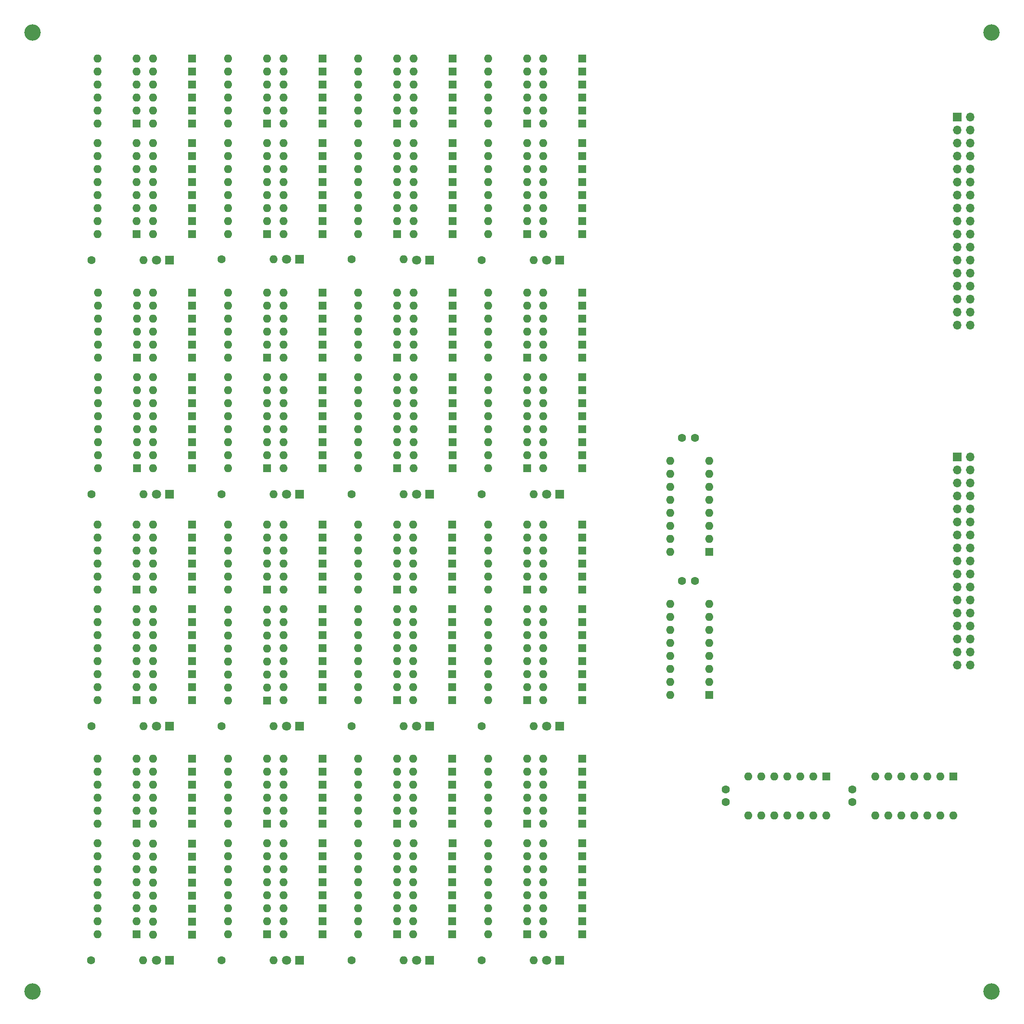
<source format=gbr>
%TF.GenerationSoftware,KiCad,Pcbnew,7.0.7*%
%TF.CreationDate,2023-10-25T17:19:32+09:00*%
%TF.ProjectId,rom2_,726f6d32-5f2e-46b6-9963-61645f706362,rev?*%
%TF.SameCoordinates,Original*%
%TF.FileFunction,Soldermask,Top*%
%TF.FilePolarity,Negative*%
%FSLAX46Y46*%
G04 Gerber Fmt 4.6, Leading zero omitted, Abs format (unit mm)*
G04 Created by KiCad (PCBNEW 7.0.7) date 2023-10-25 17:19:32*
%MOMM*%
%LPD*%
G01*
G04 APERTURE LIST*
%ADD10R,1.600000X1.600000*%
%ADD11O,1.600000X1.600000*%
%ADD12R,1.800000X1.800000*%
%ADD13C,1.800000*%
%ADD14C,1.600000*%
%ADD15R,1.700000X1.700000*%
%ADD16O,1.700000X1.700000*%
%ADD17C,3.200000*%
G04 APERTURE END LIST*
D10*
%TO.C,SW4*%
X345430000Y-208000600D03*
D11*
X345430000Y-205460600D03*
X345430000Y-202920600D03*
X345430000Y-200380600D03*
X345430000Y-197840600D03*
X345430000Y-195300600D03*
X337810000Y-195300600D03*
X337810000Y-197840600D03*
X337810000Y-200380600D03*
X337810000Y-202920600D03*
X337810000Y-205460600D03*
X337810000Y-208000600D03*
%TD*%
D12*
%TO.C,D1*%
X300944200Y-234670600D03*
D13*
X298404200Y-234670600D03*
%TD*%
D14*
%TO.C,R10*%
X361930000Y-234670600D03*
D11*
X372090000Y-234670600D03*
%TD*%
D10*
%TO.C,D203*%
X381625000Y-111861600D03*
D11*
X374005000Y-111861600D03*
%TD*%
D10*
%TO.C,D231*%
X381625000Y-68681600D03*
D11*
X374005000Y-68681600D03*
%TD*%
D10*
%TO.C,D171*%
X330835000Y-159766000D03*
D11*
X323215000Y-159766000D03*
%TD*%
D15*
%TO.C,J1*%
X454812400Y-136347200D03*
D16*
X457352400Y-136347200D03*
X454812400Y-138887200D03*
X457352400Y-138887200D03*
X454812400Y-141427200D03*
X457352400Y-141427200D03*
X454812400Y-143967200D03*
X457352400Y-143967200D03*
X454812400Y-146507200D03*
X457352400Y-146507200D03*
X454812400Y-149047200D03*
X457352400Y-149047200D03*
X454812400Y-151587200D03*
X457352400Y-151587200D03*
X454812400Y-154127200D03*
X457352400Y-154127200D03*
X454812400Y-156667200D03*
X457352400Y-156667200D03*
X454812400Y-159207200D03*
X457352400Y-159207200D03*
X454812400Y-161747200D03*
X457352400Y-161747200D03*
X454812400Y-164287200D03*
X457352400Y-164287200D03*
X454812400Y-166827200D03*
X457352400Y-166827200D03*
X454812400Y-169367200D03*
X457352400Y-169367200D03*
X454812400Y-171907200D03*
X457352400Y-171907200D03*
X454812400Y-174447200D03*
X457352400Y-174447200D03*
X454812400Y-176987200D03*
X457352400Y-176987200D03*
%TD*%
D10*
%TO.C,D14*%
X356227231Y-216909136D03*
D11*
X348607231Y-216909136D03*
%TD*%
D10*
%TO.C,SW6*%
X345430000Y-183896000D03*
D11*
X345430000Y-181356000D03*
X345430000Y-178816000D03*
X345430000Y-176276000D03*
X345430000Y-173736000D03*
X345430000Y-171196000D03*
X345430000Y-168656000D03*
X345430000Y-166116000D03*
X337810000Y-166116000D03*
X337810000Y-168656000D03*
X337810000Y-171196000D03*
X337810000Y-173736000D03*
X337810000Y-176276000D03*
X337810000Y-178816000D03*
X337810000Y-181356000D03*
X337810000Y-183896000D03*
%TD*%
D10*
%TO.C,D59*%
X305384200Y-149606000D03*
D11*
X297764200Y-149606000D03*
%TD*%
D10*
%TO.C,D46*%
X356225000Y-168656000D03*
D11*
X348605000Y-168656000D03*
%TD*%
D10*
%TO.C,D50*%
X356225000Y-162306000D03*
D11*
X348605000Y-162306000D03*
%TD*%
D10*
%TO.C,D202*%
X330845000Y-114401600D03*
D11*
X323225000Y-114401600D03*
%TD*%
D10*
%TO.C,D145*%
X330835000Y-200380600D03*
D11*
X323215000Y-200380600D03*
%TD*%
D10*
%TO.C,D22*%
X356213363Y-205449923D03*
D11*
X348593363Y-205449923D03*
%TD*%
D17*
%TO.C,H2*%
X461543400Y-240715800D03*
%TD*%
D10*
%TO.C,D156*%
X381615000Y-181356000D03*
D11*
X373995000Y-181356000D03*
%TD*%
D10*
%TO.C,D77*%
X305394200Y-120751600D03*
D11*
X297774200Y-120751600D03*
%TD*%
D10*
%TO.C,U1*%
X429260000Y-198755000D03*
D11*
X426720000Y-198755000D03*
X424180000Y-198755000D03*
X421640000Y-198755000D03*
X419100000Y-198755000D03*
X416560000Y-198755000D03*
X414020000Y-198755000D03*
X414020000Y-206375000D03*
X416560000Y-206375000D03*
X419100000Y-206375000D03*
X421640000Y-206375000D03*
X424180000Y-206375000D03*
X426720000Y-206375000D03*
X429260000Y-206375000D03*
%TD*%
D10*
%TO.C,SW2*%
X345430000Y-229590600D03*
D11*
X345430000Y-227050600D03*
X345430000Y-224510600D03*
X345430000Y-221970600D03*
X345430000Y-219430600D03*
X345430000Y-216890600D03*
X345430000Y-214350600D03*
X345430000Y-211810600D03*
X337810000Y-211810600D03*
X337810000Y-214350600D03*
X337810000Y-216890600D03*
X337810000Y-219430600D03*
X337810000Y-221970600D03*
X337810000Y-224510600D03*
X337810000Y-227050600D03*
X337810000Y-229590600D03*
%TD*%
D14*
%TO.C,R2*%
X336540000Y-234670600D03*
D11*
X346700000Y-234670600D03*
%TD*%
D14*
%TO.C,R5*%
X285750000Y-143611600D03*
D11*
X295910000Y-143611600D03*
%TD*%
D12*
%TO.C,D32*%
X351790000Y-188976000D03*
D13*
X349250000Y-188976000D03*
%TD*%
D10*
%TO.C,D98*%
X356235000Y-87731600D03*
D11*
X348615000Y-87731600D03*
%TD*%
D14*
%TO.C,C4*%
X434340000Y-203795000D03*
X434340000Y-201295000D03*
%TD*%
D10*
%TO.C,D72*%
X356235000Y-128371600D03*
D11*
X348615000Y-128371600D03*
%TD*%
D12*
%TO.C,D92*%
X351790000Y-97891600D03*
D13*
X349250000Y-97891600D03*
%TD*%
D10*
%TO.C,D101*%
X305394200Y-82651600D03*
D11*
X297774200Y-82651600D03*
%TD*%
D10*
%TO.C,D105*%
X305394200Y-77571600D03*
D11*
X297774200Y-77571600D03*
%TD*%
D10*
%TO.C,D177*%
X330835000Y-152146000D03*
D11*
X323215000Y-152146000D03*
%TD*%
D10*
%TO.C,SW18*%
X370820000Y-229600600D03*
D11*
X370820000Y-227060600D03*
X370820000Y-224520600D03*
X370820000Y-221980600D03*
X370820000Y-219440600D03*
X370820000Y-216900600D03*
X370820000Y-214360600D03*
X370820000Y-211820600D03*
X363200000Y-211820600D03*
X363200000Y-214360600D03*
X363200000Y-216900600D03*
X363200000Y-219440600D03*
X363200000Y-221980600D03*
X363200000Y-224520600D03*
X363200000Y-227060600D03*
X363200000Y-229600600D03*
%TD*%
D12*
%TO.C,D152*%
X377170000Y-188976000D03*
D13*
X374630000Y-188976000D03*
%TD*%
D10*
%TO.C,D134*%
X381615000Y-216890600D03*
D11*
X373995000Y-216890600D03*
%TD*%
D10*
%TO.C,D114*%
X356235000Y-66141600D03*
D11*
X348615000Y-66141600D03*
%TD*%
D10*
%TO.C,D186*%
X330845000Y-135991600D03*
D11*
X323225000Y-135991600D03*
%TD*%
D10*
%TO.C,D214*%
X330845000Y-92811600D03*
D11*
X323225000Y-92811600D03*
%TD*%
D10*
%TO.C,D210*%
X330845000Y-104241600D03*
D11*
X323225000Y-104241600D03*
%TD*%
D12*
%TO.C,D2*%
X351790000Y-234670600D03*
D13*
X349250000Y-234670600D03*
%TD*%
D10*
%TO.C,D10*%
X356227231Y-221989136D03*
D11*
X348607231Y-221989136D03*
%TD*%
D10*
%TO.C,SW28*%
X320050000Y-116941600D03*
D11*
X320050000Y-114401600D03*
X320050000Y-111861600D03*
X320050000Y-109321600D03*
X320050000Y-106781600D03*
X320050000Y-104241600D03*
X312430000Y-104241600D03*
X312430000Y-106781600D03*
X312430000Y-109321600D03*
X312430000Y-111861600D03*
X312430000Y-114401600D03*
X312430000Y-116941600D03*
%TD*%
D10*
%TO.C,D111*%
X305394200Y-68681600D03*
D11*
X297774200Y-68681600D03*
%TD*%
D14*
%TO.C,R12*%
X361930000Y-188976000D03*
D11*
X372090000Y-188976000D03*
%TD*%
D10*
%TO.C,SW26*%
X320050000Y-138531600D03*
D11*
X320050000Y-135991600D03*
X320050000Y-133451600D03*
X320050000Y-130911600D03*
X320050000Y-128371600D03*
X320050000Y-125831600D03*
X320050000Y-123291600D03*
X320050000Y-120751600D03*
X312430000Y-120751600D03*
X312430000Y-123291600D03*
X312430000Y-125831600D03*
X312430000Y-128371600D03*
X312430000Y-130911600D03*
X312430000Y-133451600D03*
X312430000Y-135991600D03*
X312430000Y-138531600D03*
%TD*%
D10*
%TO.C,D168*%
X381615000Y-166116000D03*
D11*
X373995000Y-166116000D03*
%TD*%
D12*
%TO.C,D62*%
X351800000Y-143611600D03*
D13*
X349260000Y-143611600D03*
%TD*%
D10*
%TO.C,SW20*%
X370820000Y-208000600D03*
D11*
X370820000Y-205460600D03*
X370820000Y-202920600D03*
X370820000Y-200380600D03*
X370820000Y-197840600D03*
X370820000Y-195300600D03*
X363200000Y-195300600D03*
X363200000Y-197840600D03*
X363200000Y-200380600D03*
X363200000Y-202920600D03*
X363200000Y-205460600D03*
X363200000Y-208000600D03*
%TD*%
D10*
%TO.C,D7*%
X305348058Y-224572396D03*
D11*
X297728058Y-224572396D03*
%TD*%
D10*
%TO.C,D184*%
X330845000Y-138531600D03*
D11*
X323225000Y-138531600D03*
%TD*%
D10*
%TO.C,D238*%
X330845000Y-61061600D03*
D11*
X323225000Y-61061600D03*
%TD*%
D10*
%TO.C,D123*%
X330835000Y-229590600D03*
D11*
X323215000Y-229590600D03*
%TD*%
D10*
%TO.C,D44*%
X356225000Y-171196000D03*
D11*
X348605000Y-171196000D03*
%TD*%
D14*
%TO.C,R16*%
X311155000Y-97790000D03*
D11*
X321315000Y-97790000D03*
%TD*%
D12*
%TO.C,D182*%
X326400000Y-143611600D03*
D13*
X323860000Y-143611600D03*
%TD*%
D12*
%TO.C,D211*%
X377190000Y-97891600D03*
D13*
X374650000Y-97891600D03*
%TD*%
D10*
%TO.C,D149*%
X330835000Y-195300600D03*
D11*
X323215000Y-195300600D03*
%TD*%
D17*
%TO.C,H4*%
X274243800Y-240741200D03*
%TD*%
D12*
%TO.C,D121*%
X326395000Y-234670600D03*
D13*
X323855000Y-234670600D03*
%TD*%
D14*
%TO.C,C1*%
X401076000Y-160533400D03*
X403576000Y-160533400D03*
%TD*%
D17*
%TO.C,H3*%
X274269200Y-53441600D03*
%TD*%
D10*
%TO.C,SW32*%
X320040000Y-71221600D03*
D11*
X320040000Y-68681600D03*
X320040000Y-66141600D03*
X320040000Y-63601600D03*
X320040000Y-61061600D03*
X320040000Y-58521600D03*
X312420000Y-58521600D03*
X312420000Y-61061600D03*
X312420000Y-63601600D03*
X312420000Y-66141600D03*
X312420000Y-68681600D03*
X312420000Y-71221600D03*
%TD*%
D10*
%TO.C,D16*%
X356227231Y-214369136D03*
D11*
X348607231Y-214369136D03*
%TD*%
D10*
%TO.C,U3*%
X406400000Y-154940000D03*
D11*
X406400000Y-152400000D03*
X406400000Y-149860000D03*
X406400000Y-147320000D03*
X406400000Y-144780000D03*
X406400000Y-142240000D03*
X406400000Y-139700000D03*
X406400000Y-137160000D03*
X398780000Y-137160000D03*
X398780000Y-139700000D03*
X398780000Y-142240000D03*
X398780000Y-144780000D03*
X398780000Y-147320000D03*
X398780000Y-149860000D03*
X398780000Y-152400000D03*
X398780000Y-154940000D03*
%TD*%
D10*
%TO.C,D52*%
X356225000Y-159766000D03*
D11*
X348605000Y-159766000D03*
%TD*%
D10*
%TO.C,D196*%
X330845000Y-123291600D03*
D11*
X323225000Y-123291600D03*
%TD*%
D10*
%TO.C,D221*%
X381625000Y-82651600D03*
D11*
X374005000Y-82651600D03*
%TD*%
D10*
%TO.C,SW12*%
X345440000Y-116941600D03*
D11*
X345440000Y-114401600D03*
X345440000Y-111861600D03*
X345440000Y-109321600D03*
X345440000Y-106781600D03*
X345440000Y-104241600D03*
X337820000Y-104241600D03*
X337820000Y-106781600D03*
X337820000Y-109321600D03*
X337820000Y-111861600D03*
X337820000Y-114401600D03*
X337820000Y-116941600D03*
%TD*%
D10*
%TO.C,D224*%
X330845000Y-80111600D03*
D11*
X323225000Y-80111600D03*
%TD*%
D10*
%TO.C,D135*%
X330835000Y-214350600D03*
D11*
X323215000Y-214350600D03*
%TD*%
D10*
%TO.C,D86*%
X356235000Y-109321600D03*
D11*
X348615000Y-109321600D03*
%TD*%
D10*
%TO.C,SW27*%
X370820000Y-116941600D03*
D11*
X370820000Y-114401600D03*
X370820000Y-111861600D03*
X370820000Y-109321600D03*
X370820000Y-106781600D03*
X370820000Y-104241600D03*
X363200000Y-104241600D03*
X363200000Y-106781600D03*
X363200000Y-109321600D03*
X363200000Y-111861600D03*
X363200000Y-114401600D03*
X363200000Y-116941600D03*
%TD*%
D10*
%TO.C,D130*%
X381615000Y-221970600D03*
D11*
X373995000Y-221970600D03*
%TD*%
D10*
%TO.C,D3*%
X305348058Y-229622529D03*
D11*
X297728058Y-229622529D03*
%TD*%
D10*
%TO.C,D223*%
X381625000Y-80111600D03*
D11*
X374005000Y-80111600D03*
%TD*%
D10*
%TO.C,D131*%
X330835000Y-219430600D03*
D11*
X323215000Y-219430600D03*
%TD*%
D10*
%TO.C,D76*%
X356235000Y-123291600D03*
D11*
X348615000Y-123291600D03*
%TD*%
D10*
%TO.C,D154*%
X381615000Y-183896000D03*
D11*
X373995000Y-183896000D03*
%TD*%
D10*
%TO.C,SW16*%
X345440000Y-71221600D03*
D11*
X345440000Y-68681600D03*
X345440000Y-66141600D03*
X345440000Y-63601600D03*
X345440000Y-61061600D03*
X345440000Y-58521600D03*
X337820000Y-58521600D03*
X337820000Y-61061600D03*
X337820000Y-63601600D03*
X337820000Y-66141600D03*
X337820000Y-68681600D03*
X337820000Y-71221600D03*
%TD*%
D10*
%TO.C,D90*%
X356235000Y-104241600D03*
D11*
X348615000Y-104241600D03*
%TD*%
D10*
%TO.C,D139*%
X330835000Y-208000600D03*
D11*
X323215000Y-208000600D03*
%TD*%
D10*
%TO.C,D158*%
X381615000Y-178816000D03*
D11*
X373995000Y-178816000D03*
%TD*%
D10*
%TO.C,D88*%
X356235000Y-106781600D03*
D11*
X348615000Y-106781600D03*
%TD*%
D10*
%TO.C,D124*%
X381615000Y-229590600D03*
D11*
X373995000Y-229590600D03*
%TD*%
D10*
%TO.C,D199*%
X381625000Y-116941600D03*
D11*
X374005000Y-116941600D03*
%TD*%
D10*
%TO.C,D197*%
X381625000Y-120751600D03*
D11*
X374005000Y-120751600D03*
%TD*%
D10*
%TO.C,D175*%
X330835000Y-154686000D03*
D11*
X323215000Y-154686000D03*
%TD*%
D10*
%TO.C,SW24*%
X370820000Y-162306000D03*
D11*
X370820000Y-159766000D03*
X370820000Y-157226000D03*
X370820000Y-154686000D03*
X370820000Y-152146000D03*
X370820000Y-149606000D03*
X363200000Y-149606000D03*
X363200000Y-152146000D03*
X363200000Y-154686000D03*
X363200000Y-157226000D03*
X363200000Y-159766000D03*
X363200000Y-162306000D03*
%TD*%
D10*
%TO.C,D144*%
X381615000Y-202920600D03*
D11*
X373995000Y-202920600D03*
%TD*%
D10*
%TO.C,D96*%
X356235000Y-90271600D03*
D11*
X348615000Y-90271600D03*
%TD*%
D10*
%TO.C,D102*%
X356235000Y-82651600D03*
D11*
X348615000Y-82651600D03*
%TD*%
D10*
%TO.C,D208*%
X330845000Y-106781600D03*
D11*
X323225000Y-106781600D03*
%TD*%
D14*
%TO.C,R11*%
X311150000Y-188976000D03*
D11*
X321310000Y-188976000D03*
%TD*%
D10*
%TO.C,D95*%
X305394200Y-90271600D03*
D11*
X297774200Y-90271600D03*
%TD*%
D10*
%TO.C,D85*%
X305394200Y-109321600D03*
D11*
X297774200Y-109321600D03*
%TD*%
D10*
%TO.C,D160*%
X381615000Y-176276000D03*
D11*
X373995000Y-176276000D03*
%TD*%
D10*
%TO.C,SW23*%
X320030000Y-162306000D03*
D11*
X320030000Y-159766000D03*
X320030000Y-157226000D03*
X320030000Y-154686000D03*
X320030000Y-152146000D03*
X320030000Y-149606000D03*
X312410000Y-149606000D03*
X312410000Y-152146000D03*
X312410000Y-154686000D03*
X312410000Y-157226000D03*
X312410000Y-159766000D03*
X312410000Y-162306000D03*
%TD*%
D10*
%TO.C,D21*%
X305384200Y-205486000D03*
D11*
X297764200Y-205486000D03*
%TD*%
D10*
%TO.C,D70*%
X356235000Y-130911600D03*
D11*
X348615000Y-130911600D03*
%TD*%
D10*
%TO.C,D220*%
X330845000Y-85191600D03*
D11*
X323225000Y-85191600D03*
%TD*%
D10*
%TO.C,D218*%
X330845000Y-87731600D03*
D11*
X323225000Y-87731600D03*
%TD*%
D10*
%TO.C,SW1*%
X294589200Y-229590600D03*
D11*
X294589200Y-227050600D03*
X294589200Y-224510600D03*
X294589200Y-221970600D03*
X294589200Y-219430600D03*
X294589200Y-216890600D03*
X294589200Y-214350600D03*
X294589200Y-211810600D03*
X286969200Y-211810600D03*
X286969200Y-214350600D03*
X286969200Y-216890600D03*
X286969200Y-219430600D03*
X286969200Y-221970600D03*
X286969200Y-224510600D03*
X286969200Y-227050600D03*
X286969200Y-229590600D03*
%TD*%
D10*
%TO.C,D213*%
X381625000Y-92811600D03*
D11*
X374005000Y-92811600D03*
%TD*%
D12*
%TO.C,D61*%
X300995000Y-143611600D03*
D13*
X298455000Y-143611600D03*
%TD*%
D10*
%TO.C,D69*%
X305394200Y-130911600D03*
D11*
X297774200Y-130911600D03*
%TD*%
D10*
%TO.C,D5*%
X305348058Y-227109103D03*
D11*
X297728058Y-227109103D03*
%TD*%
D10*
%TO.C,D94*%
X356235000Y-92811600D03*
D11*
X348615000Y-92811600D03*
%TD*%
D10*
%TO.C,SW17*%
X320040000Y-229590600D03*
D11*
X320040000Y-227050600D03*
X320040000Y-224510600D03*
X320040000Y-221970600D03*
X320040000Y-219430600D03*
X320040000Y-216890600D03*
X320040000Y-214350600D03*
X320040000Y-211810600D03*
X312420000Y-211810600D03*
X312420000Y-214350600D03*
X312420000Y-216890600D03*
X312420000Y-219430600D03*
X312420000Y-221970600D03*
X312420000Y-224510600D03*
X312420000Y-227050600D03*
X312420000Y-229590600D03*
%TD*%
D10*
%TO.C,D204*%
X330845000Y-111861600D03*
D11*
X323225000Y-111861600D03*
%TD*%
D10*
%TO.C,SW25*%
X370830000Y-138531600D03*
D11*
X370830000Y-135991600D03*
X370830000Y-133451600D03*
X370830000Y-130911600D03*
X370830000Y-128371600D03*
X370830000Y-125831600D03*
X370830000Y-123291600D03*
X370830000Y-120751600D03*
X363210000Y-120751600D03*
X363210000Y-123291600D03*
X363210000Y-125831600D03*
X363210000Y-128371600D03*
X363210000Y-130911600D03*
X363210000Y-133451600D03*
X363210000Y-135991600D03*
X363210000Y-138531600D03*
%TD*%
D10*
%TO.C,D74*%
X356235000Y-125831600D03*
D11*
X348615000Y-125831600D03*
%TD*%
D10*
%TO.C,D191*%
X381625000Y-128371600D03*
D11*
X374005000Y-128371600D03*
%TD*%
D10*
%TO.C,D73*%
X305394200Y-125831600D03*
D11*
X297774200Y-125831600D03*
%TD*%
D14*
%TO.C,C2*%
X401076000Y-132603400D03*
X403576000Y-132603400D03*
%TD*%
D10*
%TO.C,D194*%
X330845000Y-125831600D03*
D11*
X323225000Y-125831600D03*
%TD*%
D10*
%TO.C,D165*%
X330835000Y-168656000D03*
D11*
X323215000Y-168656000D03*
%TD*%
D10*
%TO.C,D26*%
X356213363Y-200369923D03*
D11*
X348593363Y-200369923D03*
%TD*%
D10*
%TO.C,D63*%
X305394200Y-138531600D03*
D11*
X297774200Y-138531600D03*
%TD*%
D10*
%TO.C,D236*%
X330845000Y-63601600D03*
D11*
X323225000Y-63601600D03*
%TD*%
D10*
%TO.C,D128*%
X381615000Y-224510600D03*
D11*
X373995000Y-224510600D03*
%TD*%
D10*
%TO.C,D187*%
X381625000Y-133451600D03*
D11*
X374005000Y-133451600D03*
%TD*%
D10*
%TO.C,D163*%
X330835000Y-171196000D03*
D11*
X323215000Y-171196000D03*
%TD*%
D10*
%TO.C,D40*%
X356225000Y-176276000D03*
D11*
X348605000Y-176276000D03*
%TD*%
D14*
%TO.C,R4*%
X336540000Y-188976000D03*
D11*
X346700000Y-188976000D03*
%TD*%
D10*
%TO.C,D206*%
X330845000Y-109321600D03*
D11*
X323225000Y-109321600D03*
%TD*%
D10*
%TO.C,D54*%
X356225000Y-157226000D03*
D11*
X348605000Y-157226000D03*
%TD*%
D10*
%TO.C,D138*%
X381615000Y-211810600D03*
D11*
X373995000Y-211810600D03*
%TD*%
D10*
%TO.C,D117*%
X305394200Y-61061600D03*
D11*
X297774200Y-61061600D03*
%TD*%
D10*
%TO.C,D141*%
X330835000Y-205460600D03*
D11*
X323215000Y-205460600D03*
%TD*%
D10*
%TO.C,D215*%
X381625000Y-90271600D03*
D11*
X374005000Y-90271600D03*
%TD*%
D10*
%TO.C,D109*%
X305394200Y-71221600D03*
D11*
X297774200Y-71221600D03*
%TD*%
D12*
%TO.C,D122*%
X377170000Y-234670600D03*
D13*
X374630000Y-234670600D03*
%TD*%
D10*
%TO.C,D228*%
X330845000Y-75031600D03*
D11*
X323225000Y-75031600D03*
%TD*%
D10*
%TO.C,D28*%
X356213363Y-197829923D03*
D11*
X348593363Y-197829923D03*
%TD*%
D10*
%TO.C,D43*%
X305384200Y-171196000D03*
D11*
X297764200Y-171196000D03*
%TD*%
D10*
%TO.C,D79*%
X305394200Y-116941600D03*
D11*
X297774200Y-116941600D03*
%TD*%
D14*
%TO.C,R3*%
X285750000Y-188976000D03*
D11*
X295910000Y-188976000D03*
%TD*%
D10*
%TO.C,D148*%
X381615000Y-197840600D03*
D11*
X373995000Y-197840600D03*
%TD*%
D10*
%TO.C,D183*%
X381625000Y-138531600D03*
D11*
X374005000Y-138531600D03*
%TD*%
D10*
%TO.C,D71*%
X305394200Y-128371600D03*
D11*
X297774200Y-128371600D03*
%TD*%
D14*
%TO.C,R7*%
X285750000Y-97891600D03*
D11*
X295910000Y-97891600D03*
%TD*%
D10*
%TO.C,D97*%
X305394200Y-87731600D03*
D11*
X297774200Y-87731600D03*
%TD*%
D10*
%TO.C,SW21*%
X320020000Y-183906000D03*
D11*
X320020000Y-181366000D03*
X320020000Y-178826000D03*
X320020000Y-176286000D03*
X320020000Y-173746000D03*
X320020000Y-171206000D03*
X320020000Y-168666000D03*
X320020000Y-166126000D03*
X312400000Y-166126000D03*
X312400000Y-168666000D03*
X312400000Y-171206000D03*
X312400000Y-173746000D03*
X312400000Y-176286000D03*
X312400000Y-178826000D03*
X312400000Y-181366000D03*
X312400000Y-183906000D03*
%TD*%
D10*
%TO.C,D162*%
X381615000Y-173736000D03*
D11*
X373995000Y-173736000D03*
%TD*%
D10*
%TO.C,SW22*%
X370820000Y-183896000D03*
D11*
X370820000Y-181356000D03*
X370820000Y-178816000D03*
X370820000Y-176276000D03*
X370820000Y-173736000D03*
X370820000Y-171196000D03*
X370820000Y-168656000D03*
X370820000Y-166116000D03*
X363200000Y-166116000D03*
X363200000Y-168656000D03*
X363200000Y-171196000D03*
X363200000Y-173736000D03*
X363200000Y-176276000D03*
X363200000Y-178816000D03*
X363200000Y-181356000D03*
X363200000Y-183896000D03*
%TD*%
D10*
%TO.C,D205*%
X381625000Y-109321600D03*
D11*
X374005000Y-109321600D03*
%TD*%
D10*
%TO.C,D42*%
X356225000Y-173736000D03*
D11*
X348605000Y-173736000D03*
%TD*%
D10*
%TO.C,D192*%
X330845000Y-128371600D03*
D11*
X323225000Y-128371600D03*
%TD*%
D10*
%TO.C,U4*%
X406410000Y-182870000D03*
D11*
X406410000Y-180330000D03*
X406410000Y-177790000D03*
X406410000Y-175250000D03*
X406410000Y-172710000D03*
X406410000Y-170170000D03*
X406410000Y-167630000D03*
X406410000Y-165090000D03*
X398790000Y-165090000D03*
X398790000Y-167630000D03*
X398790000Y-170170000D03*
X398790000Y-172710000D03*
X398790000Y-175250000D03*
X398790000Y-177790000D03*
X398790000Y-180330000D03*
X398790000Y-182870000D03*
%TD*%
D10*
%TO.C,D104*%
X356235000Y-80111600D03*
D11*
X348615000Y-80111600D03*
%TD*%
D10*
%TO.C,D84*%
X356235000Y-111861600D03*
D11*
X348615000Y-111861600D03*
%TD*%
D10*
%TO.C,D60*%
X356225000Y-149606000D03*
D11*
X348605000Y-149606000D03*
%TD*%
D10*
%TO.C,D125*%
X330835000Y-227050600D03*
D11*
X323215000Y-227050600D03*
%TD*%
D10*
%TO.C,D237*%
X381625000Y-61061600D03*
D11*
X374005000Y-61061600D03*
%TD*%
D10*
%TO.C,D209*%
X381625000Y-104241600D03*
D11*
X374005000Y-104241600D03*
%TD*%
D10*
%TO.C,D136*%
X381615000Y-214350600D03*
D11*
X373995000Y-214350600D03*
%TD*%
D10*
%TO.C,D11*%
X305362400Y-219479542D03*
D11*
X297742400Y-219479542D03*
%TD*%
D10*
%TO.C,D53*%
X305384200Y-157226000D03*
D11*
X297764200Y-157226000D03*
%TD*%
D10*
%TO.C,D49*%
X305384200Y-162306000D03*
D11*
X297764200Y-162306000D03*
%TD*%
D10*
%TO.C,D30*%
X356213363Y-195289923D03*
D11*
X348593363Y-195289923D03*
%TD*%
D10*
%TO.C,D100*%
X356235000Y-85191600D03*
D11*
X348615000Y-85191600D03*
%TD*%
D10*
%TO.C,D235*%
X381625000Y-63601600D03*
D11*
X374005000Y-63601600D03*
%TD*%
D12*
%TO.C,D181*%
X377180000Y-143611600D03*
D13*
X374640000Y-143611600D03*
%TD*%
D10*
%TO.C,SW7*%
X294589200Y-162306000D03*
D11*
X294589200Y-159766000D03*
X294589200Y-157226000D03*
X294589200Y-154686000D03*
X294589200Y-152146000D03*
X294589200Y-149606000D03*
X286969200Y-149606000D03*
X286969200Y-152146000D03*
X286969200Y-154686000D03*
X286969200Y-157226000D03*
X286969200Y-159766000D03*
X286969200Y-162306000D03*
%TD*%
D10*
%TO.C,D234*%
X330845000Y-66141600D03*
D11*
X323225000Y-66141600D03*
%TD*%
D10*
%TO.C,D229*%
X381625000Y-71221600D03*
D11*
X374005000Y-71221600D03*
%TD*%
D10*
%TO.C,D159*%
X330835000Y-176276000D03*
D11*
X323215000Y-176276000D03*
%TD*%
D10*
%TO.C,D166*%
X381615000Y-168656000D03*
D11*
X373995000Y-168656000D03*
%TD*%
D10*
%TO.C,D18*%
X356248000Y-211829136D03*
D11*
X348628000Y-211829136D03*
%TD*%
D10*
%TO.C,U2*%
X454025000Y-198755000D03*
D11*
X451485000Y-198755000D03*
X448945000Y-198755000D03*
X446405000Y-198755000D03*
X443865000Y-198755000D03*
X441325000Y-198755000D03*
X438785000Y-198755000D03*
X438785000Y-206375000D03*
X441325000Y-206375000D03*
X443865000Y-206375000D03*
X446405000Y-206375000D03*
X448945000Y-206375000D03*
X451485000Y-206375000D03*
X454025000Y-206375000D03*
%TD*%
D10*
%TO.C,D112*%
X356235000Y-68681600D03*
D11*
X348615000Y-68681600D03*
%TD*%
D10*
%TO.C,D106*%
X356235000Y-77571600D03*
D11*
X348615000Y-77571600D03*
%TD*%
D10*
%TO.C,D240*%
X330845000Y-58521600D03*
D11*
X323225000Y-58521600D03*
%TD*%
D10*
%TO.C,D193*%
X381625000Y-125831600D03*
D11*
X374005000Y-125831600D03*
%TD*%
D12*
%TO.C,D151*%
X326390000Y-188976000D03*
D13*
X323850000Y-188976000D03*
%TD*%
D10*
%TO.C,D119*%
X305394200Y-58521600D03*
D11*
X297774200Y-58521600D03*
%TD*%
D10*
%TO.C,D161*%
X330835000Y-173736000D03*
D11*
X323215000Y-173736000D03*
%TD*%
D10*
%TO.C,D108*%
X356235000Y-75031600D03*
D11*
X348615000Y-75031600D03*
%TD*%
D10*
%TO.C,D143*%
X330835000Y-202920600D03*
D11*
X323215000Y-202920600D03*
%TD*%
D10*
%TO.C,D216*%
X330845000Y-90271600D03*
D11*
X323225000Y-90271600D03*
%TD*%
D10*
%TO.C,D68*%
X356235000Y-133451600D03*
D11*
X348615000Y-133451600D03*
%TD*%
D10*
%TO.C,D65*%
X305394200Y-135991600D03*
D11*
X297774200Y-135991600D03*
%TD*%
D10*
%TO.C,D17*%
X305391084Y-211845200D03*
D11*
X297771084Y-211845200D03*
%TD*%
D10*
%TO.C,D133*%
X330835000Y-216890600D03*
D11*
X323215000Y-216890600D03*
%TD*%
D10*
%TO.C,D13*%
X305376742Y-216939542D03*
D11*
X297756742Y-216939542D03*
%TD*%
D10*
%TO.C,D113*%
X305394200Y-66141600D03*
D11*
X297774200Y-66141600D03*
%TD*%
D10*
%TO.C,D185*%
X381625000Y-135991600D03*
D11*
X374005000Y-135991600D03*
%TD*%
D10*
%TO.C,D120*%
X356235000Y-58521600D03*
D11*
X348615000Y-58521600D03*
%TD*%
D10*
%TO.C,SW30*%
X320050000Y-92811600D03*
D11*
X320050000Y-90271600D03*
X320050000Y-87731600D03*
X320050000Y-85191600D03*
X320050000Y-82651600D03*
X320050000Y-80111600D03*
X320050000Y-77571600D03*
X320050000Y-75031600D03*
X312430000Y-75031600D03*
X312430000Y-77571600D03*
X312430000Y-80111600D03*
X312430000Y-82651600D03*
X312430000Y-85191600D03*
X312430000Y-87731600D03*
X312430000Y-90271600D03*
X312430000Y-92811600D03*
%TD*%
D10*
%TO.C,D78*%
X356235000Y-120751600D03*
D11*
X348615000Y-120751600D03*
%TD*%
D14*
%TO.C,R9*%
X311150000Y-234670600D03*
D11*
X321310000Y-234670600D03*
%TD*%
D10*
%TO.C,D27*%
X305384200Y-197866000D03*
D11*
X297764200Y-197866000D03*
%TD*%
D10*
%TO.C,D190*%
X330845000Y-130911600D03*
D11*
X323225000Y-130911600D03*
%TD*%
D10*
%TO.C,D225*%
X381625000Y-77571600D03*
D11*
X374005000Y-77571600D03*
%TD*%
D10*
%TO.C,SW3*%
X294589200Y-208000600D03*
D11*
X294589200Y-205460600D03*
X294589200Y-202920600D03*
X294589200Y-200380600D03*
X294589200Y-197840600D03*
X294589200Y-195300600D03*
X286969200Y-195300600D03*
X286969200Y-197840600D03*
X286969200Y-200380600D03*
X286969200Y-202920600D03*
X286969200Y-205460600D03*
X286969200Y-208000600D03*
%TD*%
D10*
%TO.C,D174*%
X381615000Y-157226000D03*
D11*
X373995000Y-157226000D03*
%TD*%
D10*
%TO.C,D172*%
X381615000Y-159766000D03*
D11*
X373995000Y-159766000D03*
%TD*%
D10*
%TO.C,D201*%
X381625000Y-114401600D03*
D11*
X374005000Y-114401600D03*
%TD*%
D12*
%TO.C,D31*%
X300990000Y-188976000D03*
D13*
X298450000Y-188976000D03*
%TD*%
D10*
%TO.C,D58*%
X356225000Y-152146000D03*
D11*
X348605000Y-152146000D03*
%TD*%
D10*
%TO.C,D164*%
X381615000Y-171196000D03*
D11*
X373995000Y-171196000D03*
%TD*%
D14*
%TO.C,R13*%
X361940000Y-143611600D03*
D11*
X372100000Y-143611600D03*
%TD*%
D10*
%TO.C,SW13*%
X294589200Y-92811600D03*
D11*
X294589200Y-90271600D03*
X294589200Y-87731600D03*
X294589200Y-85191600D03*
X294589200Y-82651600D03*
X294589200Y-80111600D03*
X294589200Y-77571600D03*
X294589200Y-75031600D03*
X286969200Y-75031600D03*
X286969200Y-77571600D03*
X286969200Y-80111600D03*
X286969200Y-82651600D03*
X286969200Y-85191600D03*
X286969200Y-87731600D03*
X286969200Y-90271600D03*
X286969200Y-92811600D03*
%TD*%
D10*
%TO.C,D222*%
X330845000Y-82651600D03*
D11*
X323225000Y-82651600D03*
%TD*%
D10*
%TO.C,SW5*%
X294589200Y-183896000D03*
D11*
X294589200Y-181356000D03*
X294589200Y-178816000D03*
X294589200Y-176276000D03*
X294589200Y-173736000D03*
X294589200Y-171196000D03*
X294589200Y-168656000D03*
X294589200Y-166116000D03*
X286969200Y-166116000D03*
X286969200Y-168656000D03*
X286969200Y-171196000D03*
X286969200Y-173736000D03*
X286969200Y-176276000D03*
X286969200Y-178816000D03*
X286969200Y-181356000D03*
X286969200Y-183896000D03*
%TD*%
D10*
%TO.C,D51*%
X305384200Y-159766000D03*
D11*
X297764200Y-159766000D03*
%TD*%
D10*
%TO.C,D230*%
X330845000Y-71221600D03*
D11*
X323225000Y-71221600D03*
%TD*%
D10*
%TO.C,D153*%
X330835000Y-183896000D03*
D11*
X323215000Y-183896000D03*
%TD*%
D15*
%TO.C,J2*%
X454787000Y-70002400D03*
D16*
X457327000Y-70002400D03*
X454787000Y-72542400D03*
X457327000Y-72542400D03*
X454787000Y-75082400D03*
X457327000Y-75082400D03*
X454787000Y-77622400D03*
X457327000Y-77622400D03*
X454787000Y-80162400D03*
X457327000Y-80162400D03*
X454787000Y-82702400D03*
X457327000Y-82702400D03*
X454787000Y-85242400D03*
X457327000Y-85242400D03*
X454787000Y-87782400D03*
X457327000Y-87782400D03*
X454787000Y-90322400D03*
X457327000Y-90322400D03*
X454787000Y-92862400D03*
X457327000Y-92862400D03*
X454787000Y-95402400D03*
X457327000Y-95402400D03*
X454787000Y-97942400D03*
X457327000Y-97942400D03*
X454787000Y-100482400D03*
X457327000Y-100482400D03*
X454787000Y-103022400D03*
X457327000Y-103022400D03*
X454787000Y-105562400D03*
X457327000Y-105562400D03*
X454787000Y-108102400D03*
X457327000Y-108102400D03*
X454787000Y-110642400D03*
X457327000Y-110642400D03*
%TD*%
D10*
%TO.C,D180*%
X381615000Y-149606000D03*
D11*
X373995000Y-149606000D03*
%TD*%
D10*
%TO.C,D36*%
X356225000Y-181356000D03*
D11*
X348605000Y-181356000D03*
%TD*%
D10*
%TO.C,D12*%
X356227231Y-219449136D03*
D11*
X348607231Y-219449136D03*
%TD*%
D10*
%TO.C,D39*%
X305384200Y-176276000D03*
D11*
X297764200Y-176276000D03*
%TD*%
D10*
%TO.C,D87*%
X305394200Y-106781600D03*
D11*
X297774200Y-106781600D03*
%TD*%
D10*
%TO.C,D118*%
X356235000Y-61061600D03*
D11*
X348615000Y-61061600D03*
%TD*%
D10*
%TO.C,D80*%
X356235000Y-116941600D03*
D11*
X348615000Y-116941600D03*
%TD*%
D12*
%TO.C,D91*%
X300990000Y-97891600D03*
D13*
X298450000Y-97891600D03*
%TD*%
D10*
%TO.C,D15*%
X305384200Y-214412396D03*
D11*
X297764200Y-214412396D03*
%TD*%
D10*
%TO.C,D198*%
X330845000Y-120751600D03*
D11*
X323225000Y-120751600D03*
%TD*%
D10*
%TO.C,D116*%
X356235000Y-63601600D03*
D11*
X348615000Y-63601600D03*
%TD*%
D10*
%TO.C,D83*%
X305394200Y-111861600D03*
D11*
X297774200Y-111861600D03*
%TD*%
D10*
%TO.C,D155*%
X330835000Y-181356000D03*
D11*
X323215000Y-181356000D03*
%TD*%
D10*
%TO.C,D23*%
X305384200Y-202946000D03*
D11*
X297764200Y-202946000D03*
%TD*%
D10*
%TO.C,D178*%
X381615000Y-152146000D03*
D11*
X373995000Y-152146000D03*
%TD*%
D10*
%TO.C,D75*%
X305394200Y-123291600D03*
D11*
X297774200Y-123291600D03*
%TD*%
D10*
%TO.C,SW19*%
X320040000Y-208000600D03*
D11*
X320040000Y-205460600D03*
X320040000Y-202920600D03*
X320040000Y-200380600D03*
X320040000Y-197840600D03*
X320040000Y-195300600D03*
X312420000Y-195300600D03*
X312420000Y-197840600D03*
X312420000Y-200380600D03*
X312420000Y-202920600D03*
X312420000Y-205460600D03*
X312420000Y-208000600D03*
%TD*%
D10*
%TO.C,D126*%
X381615000Y-227050600D03*
D11*
X373995000Y-227050600D03*
%TD*%
D10*
%TO.C,D19*%
X305361200Y-208026000D03*
D11*
X297741200Y-208026000D03*
%TD*%
D10*
%TO.C,D48*%
X356225000Y-166116000D03*
D11*
X348605000Y-166116000D03*
%TD*%
D10*
%TO.C,SW14*%
X345440000Y-92811600D03*
D11*
X345440000Y-90271600D03*
X345440000Y-87731600D03*
X345440000Y-85191600D03*
X345440000Y-82651600D03*
X345440000Y-80111600D03*
X345440000Y-77571600D03*
X345440000Y-75031600D03*
X337820000Y-75031600D03*
X337820000Y-77571600D03*
X337820000Y-80111600D03*
X337820000Y-82651600D03*
X337820000Y-85191600D03*
X337820000Y-87731600D03*
X337820000Y-90271600D03*
X337820000Y-92811600D03*
%TD*%
D10*
%TO.C,D89*%
X305394200Y-104241600D03*
D11*
X297774200Y-104241600D03*
%TD*%
D10*
%TO.C,D217*%
X381625000Y-87731600D03*
D11*
X374005000Y-87731600D03*
%TD*%
D10*
%TO.C,D207*%
X381625000Y-106781600D03*
D11*
X374005000Y-106781600D03*
%TD*%
D14*
%TO.C,R8*%
X336550000Y-97790000D03*
D11*
X346710000Y-97790000D03*
%TD*%
D10*
%TO.C,D38*%
X356225000Y-178816000D03*
D11*
X348605000Y-178816000D03*
%TD*%
D10*
%TO.C,D81*%
X305394200Y-114401600D03*
D11*
X297774200Y-114401600D03*
%TD*%
D10*
%TO.C,D170*%
X381615000Y-162306000D03*
D11*
X373995000Y-162306000D03*
%TD*%
D10*
%TO.C,D232*%
X330845000Y-68681600D03*
D11*
X323225000Y-68681600D03*
%TD*%
D10*
%TO.C,SW11*%
X294599200Y-116941600D03*
D11*
X294599200Y-114401600D03*
X294599200Y-111861600D03*
X294599200Y-109321600D03*
X294599200Y-106781600D03*
X294599200Y-104241600D03*
X286979200Y-104241600D03*
X286979200Y-106781600D03*
X286979200Y-109321600D03*
X286979200Y-111861600D03*
X286979200Y-114401600D03*
X286979200Y-116941600D03*
%TD*%
D10*
%TO.C,D239*%
X381625000Y-58521600D03*
D11*
X374005000Y-58521600D03*
%TD*%
D10*
%TO.C,D45*%
X305384200Y-168656000D03*
D11*
X297764200Y-168656000D03*
%TD*%
D10*
%TO.C,D150*%
X381615000Y-195300600D03*
D11*
X373995000Y-195300600D03*
%TD*%
D14*
%TO.C,C3*%
X409575000Y-203795000D03*
X409575000Y-201295000D03*
%TD*%
D17*
%TO.C,H1*%
X461554199Y-53441600D03*
%TD*%
D10*
%TO.C,D67*%
X305394200Y-133451600D03*
D11*
X297774200Y-133451600D03*
%TD*%
D10*
%TO.C,D132*%
X381615000Y-219430600D03*
D11*
X373995000Y-219430600D03*
%TD*%
D10*
%TO.C,D20*%
X356213363Y-207989923D03*
D11*
X348593363Y-207989923D03*
%TD*%
D10*
%TO.C,D227*%
X381625000Y-75031600D03*
D11*
X374005000Y-75031600D03*
%TD*%
D10*
%TO.C,D179*%
X330835000Y-149606000D03*
D11*
X323215000Y-149606000D03*
%TD*%
D10*
%TO.C,D167*%
X330835000Y-166116000D03*
D11*
X323215000Y-166116000D03*
%TD*%
D10*
%TO.C,D142*%
X381615000Y-205460600D03*
D11*
X373995000Y-205460600D03*
%TD*%
D10*
%TO.C,D33*%
X305384200Y-183896000D03*
D11*
X297764200Y-183896000D03*
%TD*%
D10*
%TO.C,D189*%
X381625000Y-130911600D03*
D11*
X374005000Y-130911600D03*
%TD*%
D10*
%TO.C,D137*%
X330835000Y-211810600D03*
D11*
X323215000Y-211810600D03*
%TD*%
D10*
%TO.C,D140*%
X381615000Y-208000600D03*
D11*
X373995000Y-208000600D03*
%TD*%
D10*
%TO.C,D25*%
X305384200Y-200406000D03*
D11*
X297764200Y-200406000D03*
%TD*%
D10*
%TO.C,D8*%
X356225000Y-224510600D03*
D11*
X348605000Y-224510600D03*
%TD*%
D10*
%TO.C,D4*%
X356227231Y-229609136D03*
D11*
X348607231Y-229609136D03*
%TD*%
D10*
%TO.C,D226*%
X330845000Y-77571600D03*
D11*
X323225000Y-77571600D03*
%TD*%
D10*
%TO.C,D127*%
X330835000Y-224510600D03*
D11*
X323215000Y-224510600D03*
%TD*%
D10*
%TO.C,D176*%
X381615000Y-154686000D03*
D11*
X373995000Y-154686000D03*
%TD*%
D10*
%TO.C,D66*%
X356235000Y-135991600D03*
D11*
X348615000Y-135991600D03*
%TD*%
D10*
%TO.C,D195*%
X381625000Y-123291600D03*
D11*
X374005000Y-123291600D03*
%TD*%
D10*
%TO.C,D34*%
X356225000Y-183896000D03*
D11*
X348605000Y-183896000D03*
%TD*%
D14*
%TO.C,R15*%
X361950000Y-97891600D03*
D11*
X372110000Y-97891600D03*
%TD*%
D10*
%TO.C,D157*%
X330835000Y-178816000D03*
D11*
X323215000Y-178816000D03*
%TD*%
D10*
%TO.C,D129*%
X330835000Y-221970600D03*
D11*
X323215000Y-221970600D03*
%TD*%
D10*
%TO.C,D55*%
X305384200Y-154686000D03*
D11*
X297764200Y-154686000D03*
%TD*%
D10*
%TO.C,D57*%
X305384200Y-152146000D03*
D11*
X297764200Y-152146000D03*
%TD*%
D10*
%TO.C,SW9*%
X294609200Y-138531600D03*
D11*
X294609200Y-135991600D03*
X294609200Y-133451600D03*
X294609200Y-130911600D03*
X294609200Y-128371600D03*
X294609200Y-125831600D03*
X294609200Y-123291600D03*
X294609200Y-120751600D03*
X286989200Y-120751600D03*
X286989200Y-123291600D03*
X286989200Y-125831600D03*
X286989200Y-128371600D03*
X286989200Y-130911600D03*
X286989200Y-133451600D03*
X286989200Y-135991600D03*
X286989200Y-138531600D03*
%TD*%
D10*
%TO.C,D107*%
X305394200Y-75031600D03*
D11*
X297774200Y-75031600D03*
%TD*%
D10*
%TO.C,D93*%
X305394200Y-92811600D03*
D11*
X297774200Y-92811600D03*
%TD*%
D10*
%TO.C,D37*%
X305384200Y-178816000D03*
D11*
X297764200Y-178816000D03*
%TD*%
D14*
%TO.C,R1*%
X285699200Y-234670600D03*
D11*
X295859200Y-234670600D03*
%TD*%
D10*
%TO.C,SW31*%
X370830000Y-71221600D03*
D11*
X370830000Y-68681600D03*
X370830000Y-66141600D03*
X370830000Y-63601600D03*
X370830000Y-61061600D03*
X370830000Y-58521600D03*
X363210000Y-58521600D03*
X363210000Y-61061600D03*
X363210000Y-63601600D03*
X363210000Y-66141600D03*
X363210000Y-68681600D03*
X363210000Y-71221600D03*
%TD*%
D10*
%TO.C,D169*%
X330835000Y-162306000D03*
D11*
X323215000Y-162306000D03*
%TD*%
D10*
%TO.C,D99*%
X305394200Y-85191600D03*
D11*
X297774200Y-85191600D03*
%TD*%
D10*
%TO.C,SW29*%
X370830000Y-92821600D03*
D11*
X370830000Y-90281600D03*
X370830000Y-87741600D03*
X370830000Y-85201600D03*
X370830000Y-82661600D03*
X370830000Y-80121600D03*
X370830000Y-77581600D03*
X370830000Y-75041600D03*
X363210000Y-75041600D03*
X363210000Y-77581600D03*
X363210000Y-80121600D03*
X363210000Y-82661600D03*
X363210000Y-85201600D03*
X363210000Y-87741600D03*
X363210000Y-90281600D03*
X363210000Y-92821600D03*
%TD*%
D12*
%TO.C,D212*%
X326395000Y-97790000D03*
D13*
X323855000Y-97790000D03*
%TD*%
D10*
%TO.C,D146*%
X381615000Y-200380600D03*
D11*
X373995000Y-200380600D03*
%TD*%
D10*
%TO.C,D188*%
X330845000Y-133451600D03*
D11*
X323225000Y-133451600D03*
%TD*%
D10*
%TO.C,D6*%
X356227231Y-227069136D03*
D11*
X348607231Y-227069136D03*
%TD*%
D10*
%TO.C,D173*%
X330835000Y-157226000D03*
D11*
X323215000Y-157226000D03*
%TD*%
D10*
%TO.C,D64*%
X356235000Y-138531600D03*
D11*
X348615000Y-138531600D03*
%TD*%
D10*
%TO.C,D41*%
X305384200Y-173736000D03*
D11*
X297764200Y-173736000D03*
%TD*%
D10*
%TO.C,D29*%
X305384200Y-195326000D03*
D11*
X297764200Y-195326000D03*
%TD*%
D10*
%TO.C,SW10*%
X345440000Y-138531600D03*
D11*
X345440000Y-135991600D03*
X345440000Y-133451600D03*
X345440000Y-130911600D03*
X345440000Y-128371600D03*
X345440000Y-125831600D03*
X345440000Y-123291600D03*
X345440000Y-120751600D03*
X337820000Y-120751600D03*
X337820000Y-123291600D03*
X337820000Y-125831600D03*
X337820000Y-128371600D03*
X337820000Y-130911600D03*
X337820000Y-133451600D03*
X337820000Y-135991600D03*
X337820000Y-138531600D03*
%TD*%
D10*
%TO.C,D24*%
X356213363Y-202909923D03*
D11*
X348593363Y-202909923D03*
%TD*%
D10*
%TO.C,D147*%
X330835000Y-197840600D03*
D11*
X323215000Y-197840600D03*
%TD*%
D10*
%TO.C,D56*%
X356225000Y-154686000D03*
D11*
X348605000Y-154686000D03*
%TD*%
D14*
%TO.C,R6*%
X336550000Y-143611600D03*
D11*
X346710000Y-143611600D03*
%TD*%
D14*
%TO.C,R14*%
X311165000Y-143611600D03*
D11*
X321325000Y-143611600D03*
%TD*%
D10*
%TO.C,D9*%
X305371059Y-222032396D03*
D11*
X297751059Y-222032396D03*
%TD*%
D10*
%TO.C,D115*%
X305394200Y-63601600D03*
D11*
X297774200Y-63601600D03*
%TD*%
D10*
%TO.C,D219*%
X381625000Y-85191600D03*
D11*
X374005000Y-85191600D03*
%TD*%
D10*
%TO.C,D35*%
X305384200Y-181356000D03*
D11*
X297764200Y-181356000D03*
%TD*%
D10*
%TO.C,SW8*%
X345430000Y-162306000D03*
D11*
X345430000Y-159766000D03*
X345430000Y-157226000D03*
X345430000Y-154686000D03*
X345430000Y-152146000D03*
X345430000Y-149606000D03*
X337810000Y-149606000D03*
X337810000Y-152146000D03*
X337810000Y-154686000D03*
X337810000Y-157226000D03*
X337810000Y-159766000D03*
X337810000Y-162306000D03*
%TD*%
D10*
%TO.C,D110*%
X356235000Y-71221600D03*
D11*
X348615000Y-71221600D03*
%TD*%
D10*
%TO.C,D233*%
X381625000Y-66141600D03*
D11*
X374005000Y-66141600D03*
%TD*%
D10*
%TO.C,D82*%
X356235000Y-114401600D03*
D11*
X348615000Y-114401600D03*
%TD*%
D10*
%TO.C,D200*%
X330845000Y-116941600D03*
D11*
X323225000Y-116941600D03*
%TD*%
D10*
%TO.C,SW15*%
X294589200Y-71221600D03*
D11*
X294589200Y-68681600D03*
X294589200Y-66141600D03*
X294589200Y-63601600D03*
X294589200Y-61061600D03*
X294589200Y-58521600D03*
X286969200Y-58521600D03*
X286969200Y-61061600D03*
X286969200Y-63601600D03*
X286969200Y-66141600D03*
X286969200Y-68681600D03*
X286969200Y-71221600D03*
%TD*%
D10*
%TO.C,D103*%
X305394200Y-80111600D03*
D11*
X297774200Y-80111600D03*
%TD*%
D10*
%TO.C,D47*%
X305384200Y-166116000D03*
D11*
X297764200Y-166116000D03*
%TD*%
M02*

</source>
